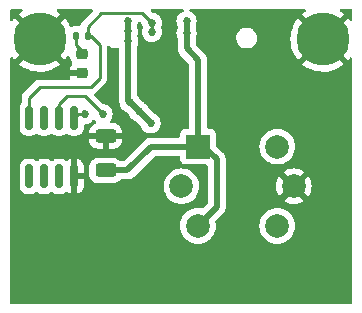
<source format=gbr>
%TF.GenerationSoftware,KiCad,Pcbnew,(6.0.0-0)*%
%TF.CreationDate,2022-03-07T02:22:32-05:00*%
%TF.ProjectId,multi_gas,6d756c74-695f-4676-9173-2e6b69636164,rev?*%
%TF.SameCoordinates,Original*%
%TF.FileFunction,Copper,L1,Top*%
%TF.FilePolarity,Positive*%
%FSLAX46Y46*%
G04 Gerber Fmt 4.6, Leading zero omitted, Abs format (unit mm)*
G04 Created by KiCad (PCBNEW (6.0.0-0)) date 2022-03-07 02:22:32*
%MOMM*%
%LPD*%
G01*
G04 APERTURE LIST*
G04 Aperture macros list*
%AMRoundRect*
0 Rectangle with rounded corners*
0 $1 Rounding radius*
0 $2 $3 $4 $5 $6 $7 $8 $9 X,Y pos of 4 corners*
0 Add a 4 corners polygon primitive as box body*
4,1,4,$2,$3,$4,$5,$6,$7,$8,$9,$2,$3,0*
0 Add four circle primitives for the rounded corners*
1,1,$1+$1,$2,$3*
1,1,$1+$1,$4,$5*
1,1,$1+$1,$6,$7*
1,1,$1+$1,$8,$9*
0 Add four rect primitives between the rounded corners*
20,1,$1+$1,$2,$3,$4,$5,0*
20,1,$1+$1,$4,$5,$6,$7,0*
20,1,$1+$1,$6,$7,$8,$9,0*
20,1,$1+$1,$8,$9,$2,$3,0*%
G04 Aperture macros list end*
%TA.AperFunction,ComponentPad*%
%ADD10C,2.000000*%
%TD*%
%TA.AperFunction,ComponentPad*%
%ADD11R,2.000000X2.000000*%
%TD*%
%TA.AperFunction,SMDPad,CuDef*%
%ADD12RoundRect,0.250000X0.625000X-0.312500X0.625000X0.312500X-0.625000X0.312500X-0.625000X-0.312500X0*%
%TD*%
%TA.AperFunction,ComponentPad*%
%ADD13C,4.500000*%
%TD*%
%TA.AperFunction,SMDPad,CuDef*%
%ADD14RoundRect,0.135000X0.135000X0.185000X-0.135000X0.185000X-0.135000X-0.185000X0.135000X-0.185000X0*%
%TD*%
%TA.AperFunction,SMDPad,CuDef*%
%ADD15RoundRect,0.150000X0.150000X-0.825000X0.150000X0.825000X-0.150000X0.825000X-0.150000X-0.825000X0*%
%TD*%
%TA.AperFunction,SMDPad,CuDef*%
%ADD16RoundRect,0.218750X-0.256250X0.218750X-0.256250X-0.218750X0.256250X-0.218750X0.256250X0.218750X0*%
%TD*%
%TA.AperFunction,ViaPad*%
%ADD17C,0.685800*%
%TD*%
%TA.AperFunction,Conductor*%
%ADD18C,0.508000*%
%TD*%
%TA.AperFunction,Conductor*%
%ADD19C,0.254000*%
%TD*%
G04 APERTURE END LIST*
D10*
%TO.P,U1,6,A1*%
%TO.N,/5V*%
X115120000Y-73094000D03*
%TO.P,U1,4,A2*%
X115120000Y-79814000D03*
%TO.P,U1,3,B2*%
%TO.N,/A0*%
X108400000Y-79814000D03*
D11*
%TO.P,U1,1,B1*%
X108400000Y-73094000D03*
D10*
%TO.P,U1,5,VH-*%
%TO.N,GND*%
X116510000Y-76454000D03*
%TO.P,U1,2,VH+*%
%TO.N,/5V*%
X107010000Y-76454000D03*
%TD*%
D12*
%TO.P,R1,1*%
%TO.N,/A0*%
X100584000Y-75122500D03*
%TO.P,R1,2*%
%TO.N,GND*%
X100584000Y-72197500D03*
%TD*%
D13*
%TO.P,H1,1,1*%
%TO.N,GND*%
X95000000Y-64000000D03*
%TD*%
%TO.P,H2,1,1*%
%TO.N,GND*%
X119000000Y-64000000D03*
%TD*%
D14*
%TO.P,R2,1*%
%TO.N,/3V3*%
X99062000Y-63754000D03*
%TO.P,R2,2*%
%TO.N,Net-(D1-Pad2)*%
X98042000Y-63754000D03*
%TD*%
D15*
%TO.P,U3,1,E0*%
%TO.N,unconnected-(U3-Pad1)*%
X94107000Y-75627000D03*
%TO.P,U3,2,E1*%
%TO.N,unconnected-(U3-Pad2)*%
X95377000Y-75627000D03*
%TO.P,U3,3,E2*%
%TO.N,unconnected-(U3-Pad3)*%
X96647000Y-75627000D03*
%TO.P,U3,4,VSS*%
%TO.N,GND*%
X97917000Y-75627000D03*
%TO.P,U3,5,SDA*%
%TO.N,/SDA_EEPROM*%
X97917000Y-70677000D03*
%TO.P,U3,6,SCL*%
%TO.N,/SCL_EEPROM*%
X96647000Y-70677000D03*
%TO.P,U3,7,~{WC}*%
%TO.N,unconnected-(U3-Pad7)*%
X95377000Y-70677000D03*
%TO.P,U3,8,VCC*%
%TO.N,/3V3*%
X94107000Y-70677000D03*
%TD*%
D16*
%TO.P,D1,1,K*%
%TO.N,GND*%
X98552000Y-66827500D03*
%TO.P,D1,2,A*%
%TO.N,Net-(D1-Pad2)*%
X98552000Y-65252500D03*
%TD*%
D17*
%TO.N,/A0*%
X107442000Y-63500000D03*
X107442000Y-62484000D03*
%TO.N,/5V*%
X104394000Y-71120000D03*
X103378000Y-70104000D03*
X102616000Y-69342000D03*
X102489000Y-62484000D03*
X102514400Y-64185800D03*
X102489000Y-63347600D03*
%TO.N,GND*%
X96012000Y-73152000D03*
X104013000Y-66675000D03*
X104013000Y-67564000D03*
X97282000Y-73152000D03*
X94742000Y-73152000D03*
X104013000Y-65786000D03*
%TO.N,/3V3*%
X104496500Y-63397500D03*
X104496500Y-62635500D03*
%TO.N,/SDA_EEPROM*%
X98806000Y-70358000D03*
%TO.N,/SCL_EEPROM*%
X100330000Y-70358000D03*
%TD*%
D18*
%TO.N,/A0*%
X107442000Y-63500000D02*
X107442000Y-62484000D01*
X107442000Y-64770000D02*
X107442000Y-63500000D01*
X108400000Y-73094000D02*
X108400000Y-65728000D01*
X108400000Y-65728000D02*
X107442000Y-64770000D01*
X108400000Y-73094000D02*
X104452000Y-73094000D01*
X104452000Y-73094000D02*
X102423500Y-75122500D01*
X102423500Y-75122500D02*
X100584000Y-75122500D01*
X108400000Y-79814000D02*
X109982000Y-78232000D01*
X109982000Y-78232000D02*
X109982000Y-74168000D01*
X109982000Y-74168000D02*
X108908000Y-73094000D01*
X108908000Y-73094000D02*
X108400000Y-73094000D01*
%TO.N,/5V*%
X103886000Y-70612000D02*
X104394000Y-71120000D01*
X103378000Y-70104000D02*
X103886000Y-70612000D01*
X102616000Y-69342000D02*
X103378000Y-70104000D01*
X102514400Y-69240400D02*
X102616000Y-69342000D01*
X102514400Y-64185800D02*
X102514400Y-69240400D01*
X102489000Y-63347600D02*
X102489000Y-64160400D01*
X102489000Y-64160400D02*
X102514400Y-64185800D01*
X102489000Y-62484000D02*
X102489000Y-63347600D01*
D19*
%TO.N,/3V3*%
X104496500Y-62635500D02*
X103684600Y-61823600D01*
X103684600Y-61823600D02*
X100228400Y-61823600D01*
X99062000Y-62990000D02*
X99062000Y-63754000D01*
X100228400Y-61823600D02*
X99062000Y-62990000D01*
%TO.N,/SCL_EEPROM*%
X100330000Y-70358000D02*
X98806000Y-68834000D01*
X98806000Y-68834000D02*
X97282000Y-68834000D01*
X97282000Y-68834000D02*
X96647000Y-69469000D01*
X96647000Y-69469000D02*
X96647000Y-70677000D01*
%TO.N,/3V3*%
X99062000Y-63754000D02*
X99314000Y-63754000D01*
X99314000Y-68072000D02*
X94996000Y-68072000D01*
X94996000Y-68072000D02*
X94107000Y-68961000D01*
X99314000Y-63754000D02*
X100076000Y-64516000D01*
X100076000Y-64516000D02*
X100076000Y-67310000D01*
X100076000Y-67310000D02*
X99314000Y-68072000D01*
X94107000Y-68961000D02*
X94107000Y-70677000D01*
%TO.N,Net-(D1-Pad2)*%
X98042000Y-64514000D02*
X98042000Y-63754000D01*
X98552000Y-65024000D02*
X98042000Y-64514000D01*
X98552000Y-65252500D02*
X98552000Y-65024000D01*
%TO.N,/3V3*%
X104496500Y-63397500D02*
X104496500Y-62635500D01*
%TO.N,/SDA_EEPROM*%
X98806000Y-70358000D02*
X98236000Y-70358000D01*
X98236000Y-70358000D02*
X97917000Y-70677000D01*
%TD*%
%TA.AperFunction,Conductor*%
%TO.N,GND*%
G36*
X93508556Y-61466002D02*
G01*
X93555049Y-61519658D01*
X93565153Y-61589932D01*
X93535659Y-61654512D01*
X93504858Y-61680285D01*
X93450196Y-61712805D01*
X93443945Y-61717053D01*
X93250733Y-61866115D01*
X93242267Y-61877773D01*
X93248871Y-61889661D01*
X94987188Y-63627978D01*
X95001132Y-63635592D01*
X95002965Y-63635461D01*
X95009580Y-63631210D01*
X96750162Y-61890628D01*
X96757174Y-61877787D01*
X96749379Y-61867098D01*
X96579886Y-61733481D01*
X96573663Y-61729156D01*
X96492326Y-61679605D01*
X96444557Y-61627082D01*
X96432767Y-61557071D01*
X96460699Y-61491800D01*
X96519485Y-61451992D01*
X96557879Y-61446000D01*
X99403077Y-61446000D01*
X99471198Y-61466002D01*
X99517691Y-61519658D01*
X99527795Y-61589932D01*
X99498301Y-61654512D01*
X99492172Y-61661095D01*
X98668517Y-62484750D01*
X98660191Y-62492326D01*
X98653697Y-62496447D01*
X98648274Y-62502222D01*
X98606915Y-62546265D01*
X98604160Y-62549107D01*
X98584361Y-62568906D01*
X98581937Y-62572031D01*
X98581929Y-62572040D01*
X98581863Y-62572126D01*
X98574155Y-62581151D01*
X98543783Y-62613494D01*
X98539965Y-62620438D01*
X98539964Y-62620440D01*
X98533978Y-62631329D01*
X98523127Y-62647847D01*
X98510650Y-62663933D01*
X98493024Y-62704666D01*
X98487807Y-62715314D01*
X98466431Y-62754197D01*
X98464460Y-62761872D01*
X98464458Y-62761878D01*
X98461369Y-62773911D01*
X98454966Y-62792613D01*
X98446883Y-62811292D01*
X98445644Y-62819114D01*
X98445643Y-62819118D01*
X98444104Y-62828838D01*
X98413692Y-62892991D01*
X98353425Y-62930518D01*
X98291191Y-62930161D01*
X98290979Y-62931323D01*
X98284643Y-62930165D01*
X98278466Y-62928371D01*
X98272059Y-62927867D01*
X98272055Y-62927866D01*
X98244444Y-62925693D01*
X98244438Y-62925693D01*
X98241989Y-62925500D01*
X98042122Y-62925500D01*
X97842012Y-62925501D01*
X97805534Y-62928371D01*
X97765562Y-62939984D01*
X97677727Y-62965502D01*
X97606730Y-62965299D01*
X97547114Y-62926745D01*
X97527602Y-62896055D01*
X97450172Y-62723363D01*
X97446655Y-62716636D01*
X97279054Y-62438252D01*
X97274757Y-62431999D01*
X97133617Y-62251022D01*
X97121823Y-62242551D01*
X97110113Y-62249097D01*
X95372022Y-63987188D01*
X95364408Y-64001132D01*
X95364539Y-64002965D01*
X95368790Y-64009580D01*
X97108825Y-65749615D01*
X97121948Y-65756781D01*
X97132250Y-65749391D01*
X97241429Y-65615285D01*
X97245842Y-65609144D01*
X97336608Y-65465287D01*
X97389874Y-65418349D01*
X97460062Y-65407659D01*
X97524886Y-65436613D01*
X97563766Y-65496018D01*
X97567934Y-65519631D01*
X97568500Y-65519572D01*
X97579022Y-65620982D01*
X97632692Y-65781849D01*
X97721929Y-65926055D01*
X97727107Y-65931224D01*
X97747159Y-65951241D01*
X97781238Y-66013523D01*
X97776235Y-66084343D01*
X97747314Y-66129432D01*
X97726702Y-66150080D01*
X97717690Y-66161491D01*
X97636447Y-66293291D01*
X97630303Y-66306468D01*
X97581421Y-66453843D01*
X97578555Y-66467210D01*
X97569386Y-66556700D01*
X97573475Y-66570624D01*
X97574865Y-66571829D01*
X97582548Y-66573500D01*
X98680000Y-66573500D01*
X98748121Y-66593502D01*
X98794614Y-66647158D01*
X98806000Y-66699500D01*
X98806000Y-66955500D01*
X98785998Y-67023621D01*
X98732342Y-67070114D01*
X98680000Y-67081500D01*
X97587115Y-67081500D01*
X97571876Y-67085975D01*
X97570671Y-67087365D01*
X97569158Y-67094321D01*
X97569337Y-67097782D01*
X97578804Y-67189021D01*
X97581697Y-67202417D01*
X97604453Y-67270624D01*
X97607037Y-67341573D01*
X97570854Y-67402657D01*
X97507390Y-67434482D01*
X97484929Y-67436500D01*
X95075032Y-67436500D01*
X95063793Y-67435970D01*
X95056281Y-67434291D01*
X95048356Y-67434540D01*
X95048355Y-67434540D01*
X94987970Y-67436438D01*
X94984012Y-67436500D01*
X94956017Y-67436500D01*
X94952083Y-67436997D01*
X94952081Y-67436997D01*
X94951994Y-67437008D01*
X94940160Y-67437940D01*
X94895795Y-67439335D01*
X94888182Y-67441547D01*
X94888181Y-67441547D01*
X94876252Y-67445013D01*
X94856888Y-67449023D01*
X94844560Y-67450580D01*
X94844558Y-67450580D01*
X94836701Y-67451573D01*
X94829337Y-67454489D01*
X94829332Y-67454490D01*
X94795444Y-67467907D01*
X94784215Y-67471752D01*
X94767535Y-67476598D01*
X94741607Y-67484131D01*
X94734780Y-67488169D01*
X94734777Y-67488170D01*
X94724094Y-67494488D01*
X94706336Y-67503188D01*
X94694785Y-67507761D01*
X94694779Y-67507765D01*
X94687412Y-67510681D01*
X94681001Y-67515339D01*
X94680999Y-67515340D01*
X94651512Y-67536764D01*
X94641590Y-67543281D01*
X94610232Y-67561826D01*
X94610228Y-67561829D01*
X94603402Y-67565866D01*
X94589018Y-67580250D01*
X94573984Y-67593091D01*
X94557513Y-67605058D01*
X94531860Y-67636067D01*
X94529227Y-67639250D01*
X94521237Y-67648031D01*
X93713512Y-68455755D01*
X93705193Y-68463325D01*
X93698697Y-68467447D01*
X93693271Y-68473225D01*
X93693270Y-68473226D01*
X93651915Y-68517265D01*
X93649160Y-68520107D01*
X93629361Y-68539906D01*
X93626937Y-68543031D01*
X93626929Y-68543040D01*
X93626863Y-68543126D01*
X93619155Y-68552151D01*
X93588783Y-68584494D01*
X93584965Y-68591438D01*
X93584964Y-68591440D01*
X93578978Y-68602329D01*
X93568127Y-68618847D01*
X93555650Y-68634933D01*
X93538024Y-68675666D01*
X93532807Y-68686314D01*
X93511431Y-68725197D01*
X93509460Y-68732872D01*
X93509458Y-68732878D01*
X93506369Y-68744911D01*
X93499966Y-68763613D01*
X93491883Y-68782292D01*
X93490644Y-68790117D01*
X93484940Y-68826127D01*
X93482535Y-68837740D01*
X93471500Y-68880718D01*
X93471500Y-68901065D01*
X93469949Y-68920776D01*
X93466765Y-68940879D01*
X93467511Y-68948771D01*
X93470941Y-68985056D01*
X93471500Y-68996914D01*
X93471500Y-69354050D01*
X93451498Y-69422171D01*
X93442702Y-69433085D01*
X93443011Y-69433325D01*
X93438155Y-69439585D01*
X93432547Y-69445193D01*
X93428511Y-69452017D01*
X93428509Y-69452020D01*
X93392193Y-69513427D01*
X93347855Y-69588399D01*
X93301438Y-69748169D01*
X93300934Y-69754574D01*
X93300933Y-69754579D01*
X93300343Y-69762079D01*
X93298500Y-69785498D01*
X93298500Y-71568502D01*
X93298693Y-71570950D01*
X93298693Y-71570958D01*
X93300588Y-71595029D01*
X93301438Y-71605831D01*
X93347855Y-71765601D01*
X93351892Y-71772427D01*
X93428509Y-71901980D01*
X93428511Y-71901983D01*
X93432547Y-71908807D01*
X93550193Y-72026453D01*
X93557017Y-72030489D01*
X93557020Y-72030491D01*
X93588796Y-72049283D01*
X93693399Y-72111145D01*
X93701010Y-72113356D01*
X93701012Y-72113357D01*
X93753231Y-72128528D01*
X93853169Y-72157562D01*
X93859574Y-72158066D01*
X93859579Y-72158067D01*
X93888042Y-72160307D01*
X93888050Y-72160307D01*
X93890498Y-72160500D01*
X94323502Y-72160500D01*
X94325950Y-72160307D01*
X94325958Y-72160307D01*
X94354421Y-72158067D01*
X94354426Y-72158066D01*
X94360831Y-72157562D01*
X94460769Y-72128528D01*
X94512988Y-72113357D01*
X94512990Y-72113356D01*
X94520601Y-72111145D01*
X94663807Y-72026453D01*
X94666489Y-72023771D01*
X94730861Y-71998498D01*
X94800484Y-72012400D01*
X94816312Y-72022572D01*
X94820193Y-72026453D01*
X94963399Y-72111145D01*
X94971010Y-72113356D01*
X94971012Y-72113357D01*
X95023231Y-72128528D01*
X95123169Y-72157562D01*
X95129574Y-72158066D01*
X95129579Y-72158067D01*
X95158042Y-72160307D01*
X95158050Y-72160307D01*
X95160498Y-72160500D01*
X95593502Y-72160500D01*
X95595950Y-72160307D01*
X95595958Y-72160307D01*
X95624421Y-72158067D01*
X95624426Y-72158066D01*
X95630831Y-72157562D01*
X95730769Y-72128528D01*
X95782988Y-72113357D01*
X95782990Y-72113356D01*
X95790601Y-72111145D01*
X95933807Y-72026453D01*
X95936489Y-72023771D01*
X96000861Y-71998498D01*
X96070484Y-72012400D01*
X96086312Y-72022572D01*
X96090193Y-72026453D01*
X96233399Y-72111145D01*
X96241010Y-72113356D01*
X96241012Y-72113357D01*
X96293231Y-72128528D01*
X96393169Y-72157562D01*
X96399574Y-72158066D01*
X96399579Y-72158067D01*
X96428042Y-72160307D01*
X96428050Y-72160307D01*
X96430498Y-72160500D01*
X96863502Y-72160500D01*
X96865950Y-72160307D01*
X96865958Y-72160307D01*
X96894421Y-72158067D01*
X96894426Y-72158066D01*
X96900831Y-72157562D01*
X97000769Y-72128528D01*
X97052988Y-72113357D01*
X97052990Y-72113356D01*
X97060601Y-72111145D01*
X97203807Y-72026453D01*
X97206489Y-72023771D01*
X97270861Y-71998498D01*
X97340484Y-72012400D01*
X97356312Y-72022572D01*
X97360193Y-72026453D01*
X97503399Y-72111145D01*
X97511010Y-72113356D01*
X97511012Y-72113357D01*
X97563231Y-72128528D01*
X97663169Y-72157562D01*
X97669574Y-72158066D01*
X97669579Y-72158067D01*
X97698042Y-72160307D01*
X97698050Y-72160307D01*
X97700498Y-72160500D01*
X98133502Y-72160500D01*
X98135950Y-72160307D01*
X98135958Y-72160307D01*
X98164421Y-72158067D01*
X98164426Y-72158066D01*
X98170831Y-72157562D01*
X98270769Y-72128528D01*
X98322988Y-72113357D01*
X98322990Y-72113356D01*
X98330601Y-72111145D01*
X98435204Y-72049283D01*
X98466980Y-72030491D01*
X98466983Y-72030489D01*
X98473807Y-72026453D01*
X98591453Y-71908807D01*
X98595489Y-71901983D01*
X98595491Y-71901980D01*
X98672108Y-71772427D01*
X98676145Y-71765601D01*
X98722562Y-71605831D01*
X98723413Y-71595029D01*
X98725307Y-71570958D01*
X98725307Y-71570950D01*
X98725500Y-71568502D01*
X98725500Y-71335400D01*
X98745502Y-71267279D01*
X98799158Y-71220786D01*
X98851500Y-71209400D01*
X98895486Y-71209400D01*
X98901939Y-71208028D01*
X98901943Y-71208028D01*
X98983016Y-71190795D01*
X99070546Y-71172190D01*
X99076577Y-71169505D01*
X99228015Y-71102081D01*
X99228017Y-71102080D01*
X99234045Y-71099396D01*
X99378836Y-70994199D01*
X99431482Y-70935730D01*
X99474364Y-70888104D01*
X99534810Y-70850864D01*
X99605793Y-70852216D01*
X99661636Y-70888104D01*
X99738567Y-70973545D01*
X99769285Y-71037552D01*
X99760520Y-71108006D01*
X99715057Y-71162537D01*
X99684806Y-71177379D01*
X99642218Y-71191587D01*
X99629038Y-71197761D01*
X99491193Y-71283063D01*
X99479792Y-71292099D01*
X99365261Y-71406829D01*
X99356249Y-71418240D01*
X99271184Y-71556243D01*
X99265037Y-71569424D01*
X99213862Y-71723710D01*
X99210995Y-71737086D01*
X99201328Y-71831438D01*
X99201000Y-71837855D01*
X99201000Y-71925385D01*
X99205475Y-71940624D01*
X99206865Y-71941829D01*
X99214548Y-71943500D01*
X101948884Y-71943500D01*
X101964123Y-71939025D01*
X101965328Y-71937635D01*
X101966999Y-71929952D01*
X101966999Y-71837905D01*
X101966662Y-71831386D01*
X101956743Y-71735794D01*
X101953851Y-71722400D01*
X101902412Y-71568216D01*
X101896239Y-71555038D01*
X101810937Y-71417193D01*
X101801901Y-71405792D01*
X101687171Y-71291261D01*
X101675760Y-71282249D01*
X101537757Y-71197184D01*
X101524576Y-71191037D01*
X101370290Y-71139862D01*
X101356914Y-71136995D01*
X101262562Y-71127328D01*
X101256145Y-71127000D01*
X101066261Y-71127000D01*
X100998140Y-71106998D01*
X100951647Y-71053342D01*
X100941543Y-70983068D01*
X100972625Y-70916690D01*
X101018172Y-70866105D01*
X101018173Y-70866104D01*
X101022591Y-70861197D01*
X101112077Y-70706203D01*
X101167382Y-70535991D01*
X101186090Y-70358000D01*
X101181569Y-70314988D01*
X101168072Y-70186573D01*
X101168072Y-70186572D01*
X101167382Y-70180009D01*
X101165113Y-70173024D01*
X101114119Y-70016082D01*
X101112077Y-70009797D01*
X101090999Y-69973288D01*
X101025892Y-69860521D01*
X101022591Y-69854803D01*
X100957978Y-69783042D01*
X100907258Y-69726712D01*
X100907257Y-69726711D01*
X100902836Y-69721801D01*
X100867223Y-69695926D01*
X100763387Y-69620485D01*
X100763386Y-69620484D01*
X100758045Y-69616604D01*
X100752017Y-69613920D01*
X100752015Y-69613919D01*
X100600577Y-69546495D01*
X100600576Y-69546495D01*
X100594546Y-69543810D01*
X100419486Y-69506600D01*
X100416347Y-69506600D01*
X100351878Y-69480079D01*
X100341607Y-69470874D01*
X99659507Y-68788774D01*
X99625481Y-68726462D01*
X99630546Y-68655647D01*
X99673093Y-68598811D01*
X99684460Y-68591227D01*
X99699771Y-68582172D01*
X99699774Y-68582170D01*
X99706598Y-68578134D01*
X99720982Y-68563750D01*
X99736016Y-68550909D01*
X99746073Y-68543602D01*
X99752487Y-68538942D01*
X99780773Y-68504750D01*
X99788763Y-68495969D01*
X100469488Y-67815245D01*
X100477807Y-67807675D01*
X100484303Y-67803553D01*
X100531086Y-67753734D01*
X100533840Y-67750893D01*
X100553639Y-67731094D01*
X100556063Y-67727969D01*
X100556071Y-67727960D01*
X100556137Y-67727874D01*
X100563845Y-67718849D01*
X100588790Y-67692285D01*
X100594217Y-67686506D01*
X100604023Y-67668669D01*
X100614873Y-67652153D01*
X100627350Y-67636067D01*
X100644976Y-67595334D01*
X100650193Y-67584686D01*
X100667749Y-67552751D01*
X100671569Y-67545803D01*
X100673540Y-67538128D01*
X100673542Y-67538122D01*
X100676631Y-67526089D01*
X100683034Y-67507387D01*
X100691117Y-67488708D01*
X100697403Y-67449023D01*
X100698060Y-67444873D01*
X100700467Y-67433251D01*
X100711500Y-67390282D01*
X100711500Y-67369935D01*
X100713051Y-67350224D01*
X100714995Y-67337950D01*
X100716235Y-67330121D01*
X100712059Y-67285944D01*
X100711500Y-67274086D01*
X100711500Y-64690687D01*
X100731502Y-64622566D01*
X100785158Y-64576073D01*
X100855432Y-64565969D01*
X100921810Y-64597051D01*
X100945463Y-64618348D01*
X100945467Y-64618351D01*
X100950376Y-64622771D01*
X100956097Y-64626074D01*
X101105196Y-64712156D01*
X101112124Y-64716156D01*
X101118410Y-64718198D01*
X101118409Y-64718198D01*
X101283474Y-64771831D01*
X101283475Y-64771831D01*
X101289753Y-64773871D01*
X101296316Y-64774561D01*
X101296317Y-64774561D01*
X101319097Y-64776955D01*
X101428937Y-64788500D01*
X101522063Y-64788500D01*
X101547243Y-64785853D01*
X101612730Y-64778971D01*
X101682568Y-64791743D01*
X101734415Y-64840246D01*
X101751900Y-64904281D01*
X101751900Y-69173024D01*
X101750467Y-69191974D01*
X101748276Y-69206373D01*
X101748276Y-69206379D01*
X101747176Y-69213608D01*
X101747769Y-69220900D01*
X101747769Y-69220903D01*
X101751485Y-69266583D01*
X101751900Y-69276798D01*
X101751900Y-69284925D01*
X101755211Y-69313324D01*
X101755638Y-69317644D01*
X101761591Y-69390826D01*
X101763846Y-69397787D01*
X101765044Y-69403782D01*
X101765645Y-69406326D01*
X101766946Y-69413980D01*
X101767299Y-69417007D01*
X101767603Y-69417846D01*
X101768332Y-69422132D01*
X101774423Y-69480079D01*
X101778618Y-69519991D01*
X101833923Y-69690203D01*
X101837226Y-69695925D01*
X101837227Y-69695926D01*
X101863823Y-69741992D01*
X101923409Y-69845197D01*
X102043164Y-69978199D01*
X102048506Y-69982080D01*
X102048508Y-69982082D01*
X102095305Y-70016082D01*
X102187955Y-70083396D01*
X102193981Y-70086079D01*
X102193988Y-70086083D01*
X102330839Y-70147012D01*
X102368686Y-70173024D01*
X102549532Y-70353870D01*
X102580270Y-70404028D01*
X102595923Y-70452203D01*
X102599226Y-70457925D01*
X102599227Y-70457926D01*
X102630832Y-70512668D01*
X102685409Y-70607197D01*
X102805164Y-70740199D01*
X102810506Y-70744080D01*
X102810508Y-70744082D01*
X102857305Y-70778082D01*
X102949955Y-70845396D01*
X102955981Y-70848079D01*
X102955988Y-70848083D01*
X103092839Y-70909012D01*
X103130686Y-70935024D01*
X103565532Y-71369870D01*
X103596270Y-71420028D01*
X103611923Y-71468203D01*
X103701409Y-71623197D01*
X103821164Y-71756199D01*
X103826506Y-71760080D01*
X103826508Y-71760082D01*
X103958119Y-71855703D01*
X103965955Y-71861396D01*
X103971983Y-71864080D01*
X103971985Y-71864081D01*
X104119935Y-71929952D01*
X104129454Y-71934190D01*
X104216984Y-71952795D01*
X104298057Y-71970028D01*
X104298061Y-71970028D01*
X104304514Y-71971400D01*
X104483486Y-71971400D01*
X104489939Y-71970028D01*
X104489943Y-71970028D01*
X104571016Y-71952795D01*
X104658546Y-71934190D01*
X104668065Y-71929952D01*
X104816015Y-71864081D01*
X104816017Y-71864080D01*
X104822045Y-71861396D01*
X104829881Y-71855703D01*
X104961492Y-71760082D01*
X104961494Y-71760080D01*
X104966836Y-71756199D01*
X105086591Y-71623197D01*
X105176077Y-71468203D01*
X105231382Y-71297991D01*
X105240694Y-71209400D01*
X105249400Y-71126565D01*
X105250090Y-71120000D01*
X105231382Y-70942009D01*
X105229113Y-70935024D01*
X105178119Y-70778082D01*
X105176077Y-70771797D01*
X105154999Y-70735288D01*
X105089892Y-70622521D01*
X105086591Y-70616803D01*
X105019482Y-70542270D01*
X104971258Y-70488712D01*
X104971257Y-70488711D01*
X104966836Y-70483801D01*
X104931223Y-70457926D01*
X104827387Y-70382485D01*
X104827386Y-70382484D01*
X104822045Y-70378604D01*
X104816019Y-70375921D01*
X104816012Y-70375917D01*
X104679161Y-70314988D01*
X104641314Y-70288976D01*
X104206468Y-69854130D01*
X104175730Y-69803972D01*
X104162118Y-69762079D01*
X104160077Y-69755797D01*
X104070591Y-69600803D01*
X104059423Y-69588399D01*
X103955258Y-69472712D01*
X103955257Y-69472711D01*
X103950836Y-69467801D01*
X103929116Y-69452020D01*
X103811387Y-69366485D01*
X103811386Y-69366484D01*
X103806045Y-69362604D01*
X103800019Y-69359921D01*
X103800012Y-69359917D01*
X103663161Y-69298988D01*
X103625314Y-69272976D01*
X103444468Y-69092130D01*
X103413730Y-69041972D01*
X103400118Y-69000079D01*
X103398077Y-68993797D01*
X103394773Y-68988074D01*
X103311891Y-68844518D01*
X103311889Y-68844515D01*
X103308591Y-68838803D01*
X103304177Y-68833901D01*
X103300963Y-68829477D01*
X103276900Y-68755418D01*
X103276900Y-64601673D01*
X103291734Y-64546308D01*
X103290489Y-64545754D01*
X103293173Y-64539726D01*
X103296477Y-64534003D01*
X103351782Y-64363791D01*
X103354213Y-64340667D01*
X103369800Y-64192365D01*
X103370490Y-64185800D01*
X103355737Y-64045439D01*
X103352472Y-64014373D01*
X103352472Y-64014372D01*
X103351782Y-64007809D01*
X103349194Y-63999842D01*
X103298519Y-63843882D01*
X103296477Y-63837597D01*
X103278165Y-63805880D01*
X103261428Y-63736885D01*
X103271179Y-63695836D01*
X103271077Y-63695803D01*
X103271488Y-63694539D01*
X103271489Y-63694536D01*
X103276865Y-63677991D01*
X103324342Y-63531870D01*
X103324342Y-63531869D01*
X103326382Y-63525591D01*
X103345090Y-63347600D01*
X103340568Y-63304581D01*
X103327072Y-63176173D01*
X103327072Y-63176172D01*
X103326382Y-63169609D01*
X103318773Y-63146189D01*
X103283295Y-63037000D01*
X103271077Y-62999397D01*
X103267773Y-62993674D01*
X103265089Y-62987646D01*
X103266334Y-62987092D01*
X103251500Y-62931727D01*
X103251500Y-62899873D01*
X103266334Y-62844508D01*
X103265089Y-62843954D01*
X103267773Y-62837926D01*
X103271077Y-62832203D01*
X103326382Y-62661991D01*
X103327071Y-62655433D01*
X103327074Y-62655420D01*
X103327101Y-62655158D01*
X103327159Y-62655017D01*
X103328446Y-62648963D01*
X103329553Y-62649198D01*
X103354116Y-62589502D01*
X103412339Y-62548875D01*
X103483284Y-62546174D01*
X103541505Y-62579237D01*
X103582707Y-62620440D01*
X103613868Y-62651601D01*
X103647893Y-62713914D01*
X103650082Y-62727525D01*
X103659118Y-62813491D01*
X103661158Y-62819769D01*
X103661158Y-62819770D01*
X103712428Y-62977564D01*
X103712428Y-63055436D01*
X103671420Y-63181648D01*
X103659118Y-63219509D01*
X103658428Y-63226072D01*
X103658428Y-63226073D01*
X103647655Y-63328573D01*
X103640410Y-63397500D01*
X103659118Y-63575491D01*
X103714423Y-63745703D01*
X103803909Y-63900697D01*
X103808327Y-63905604D01*
X103808328Y-63905605D01*
X103887365Y-63993385D01*
X103923664Y-64033699D01*
X103929006Y-64037580D01*
X103929008Y-64037582D01*
X104017676Y-64102003D01*
X104068455Y-64138896D01*
X104074483Y-64141580D01*
X104074485Y-64141581D01*
X104188549Y-64192365D01*
X104231954Y-64211690D01*
X104319484Y-64230295D01*
X104400557Y-64247528D01*
X104400561Y-64247528D01*
X104407014Y-64248900D01*
X104585986Y-64248900D01*
X104592439Y-64247528D01*
X104592443Y-64247528D01*
X104673516Y-64230295D01*
X104761046Y-64211690D01*
X104804451Y-64192365D01*
X104918515Y-64141581D01*
X104918517Y-64141580D01*
X104924545Y-64138896D01*
X104975324Y-64102003D01*
X105063992Y-64037582D01*
X105063994Y-64037580D01*
X105069336Y-64033699D01*
X105105635Y-63993385D01*
X105184672Y-63905605D01*
X105184673Y-63905604D01*
X105189091Y-63900697D01*
X105278577Y-63745703D01*
X105333882Y-63575491D01*
X105352590Y-63397500D01*
X105345345Y-63328573D01*
X105334572Y-63226073D01*
X105334572Y-63226072D01*
X105333882Y-63219509D01*
X105321580Y-63181648D01*
X105280572Y-63055436D01*
X105280572Y-62977564D01*
X105331842Y-62819770D01*
X105331842Y-62819769D01*
X105333882Y-62813491D01*
X105336076Y-62792622D01*
X105351900Y-62642065D01*
X105352590Y-62635500D01*
X105333882Y-62457509D01*
X105330470Y-62447006D01*
X105280619Y-62293582D01*
X105278577Y-62287297D01*
X105189091Y-62132303D01*
X105069336Y-61999301D01*
X105037121Y-61975895D01*
X104929887Y-61897985D01*
X104929886Y-61897984D01*
X104924545Y-61894104D01*
X104918517Y-61891420D01*
X104918515Y-61891419D01*
X104767077Y-61823995D01*
X104767076Y-61823995D01*
X104761046Y-61821310D01*
X104585986Y-61784100D01*
X104582847Y-61784100D01*
X104518378Y-61757579D01*
X104508107Y-61748374D01*
X104420828Y-61661095D01*
X104386802Y-61598783D01*
X104391867Y-61527968D01*
X104434414Y-61471132D01*
X104500934Y-61446321D01*
X104509923Y-61446000D01*
X107087355Y-61446000D01*
X107155476Y-61466002D01*
X107201969Y-61519658D01*
X107212073Y-61589932D01*
X107182579Y-61654512D01*
X107138604Y-61687107D01*
X107019985Y-61739919D01*
X107019983Y-61739920D01*
X107013955Y-61742604D01*
X107008614Y-61746484D01*
X107008613Y-61746485D01*
X106905626Y-61821310D01*
X106869164Y-61847801D01*
X106864743Y-61852711D01*
X106864742Y-61852712D01*
X106830603Y-61890628D01*
X106749409Y-61980803D01*
X106659923Y-62135797D01*
X106604618Y-62306009D01*
X106585910Y-62484000D01*
X106604618Y-62661991D01*
X106659923Y-62832203D01*
X106663227Y-62837926D01*
X106665911Y-62843954D01*
X106664666Y-62844508D01*
X106679500Y-62899873D01*
X106679500Y-63084127D01*
X106664666Y-63139492D01*
X106665911Y-63140046D01*
X106663227Y-63146074D01*
X106659923Y-63151797D01*
X106652733Y-63173926D01*
X106609319Y-63307542D01*
X106604618Y-63322009D01*
X106585910Y-63500000D01*
X106586600Y-63506565D01*
X106598302Y-63617895D01*
X106604618Y-63677991D01*
X106606658Y-63684269D01*
X106606658Y-63684270D01*
X106609995Y-63694539D01*
X106659923Y-63848203D01*
X106663227Y-63853926D01*
X106665911Y-63859954D01*
X106664666Y-63860508D01*
X106679500Y-63915873D01*
X106679500Y-64702624D01*
X106678067Y-64721574D01*
X106675876Y-64735973D01*
X106675876Y-64735979D01*
X106674776Y-64743208D01*
X106675369Y-64750500D01*
X106675369Y-64750503D01*
X106679085Y-64796183D01*
X106679500Y-64806398D01*
X106679500Y-64814525D01*
X106682811Y-64842924D01*
X106683238Y-64847244D01*
X106689191Y-64920426D01*
X106691447Y-64927388D01*
X106692643Y-64933376D01*
X106694051Y-64939333D01*
X106694899Y-64946607D01*
X106697397Y-64953489D01*
X106697398Y-64953493D01*
X106719945Y-65015607D01*
X106721355Y-65019711D01*
X106743987Y-65089575D01*
X106747787Y-65095838D01*
X106750325Y-65101380D01*
X106753067Y-65106856D01*
X106755566Y-65113741D01*
X106759581Y-65119865D01*
X106795815Y-65175132D01*
X106798130Y-65178800D01*
X106836227Y-65241581D01*
X106839941Y-65245786D01*
X106839943Y-65245789D01*
X106843667Y-65250005D01*
X106843638Y-65250031D01*
X106846238Y-65252962D01*
X106849042Y-65256316D01*
X106853054Y-65262435D01*
X106858366Y-65267467D01*
X106909586Y-65315988D01*
X106912028Y-65318366D01*
X107600595Y-66006933D01*
X107634621Y-66069245D01*
X107637500Y-66096028D01*
X107637500Y-71459500D01*
X107617498Y-71527621D01*
X107563842Y-71574114D01*
X107511500Y-71585500D01*
X107351866Y-71585500D01*
X107289684Y-71592255D01*
X107153295Y-71643385D01*
X107036739Y-71730739D01*
X106949385Y-71847295D01*
X106898255Y-71983684D01*
X106891500Y-72045866D01*
X106891500Y-72205500D01*
X106871498Y-72273621D01*
X106817842Y-72320114D01*
X106765500Y-72331500D01*
X104519368Y-72331500D01*
X104500420Y-72330067D01*
X104493033Y-72328943D01*
X104486024Y-72327877D01*
X104486022Y-72327877D01*
X104478792Y-72326777D01*
X104471500Y-72327370D01*
X104471497Y-72327370D01*
X104425825Y-72331085D01*
X104415611Y-72331500D01*
X104407475Y-72331500D01*
X104403840Y-72331924D01*
X104403837Y-72331924D01*
X104385835Y-72334023D01*
X104379084Y-72334810D01*
X104374713Y-72335243D01*
X104363701Y-72336138D01*
X104308872Y-72340597D01*
X104308869Y-72340598D01*
X104301573Y-72341191D01*
X104294609Y-72343447D01*
X104288614Y-72344645D01*
X104282664Y-72346051D01*
X104275393Y-72346899D01*
X104206398Y-72371943D01*
X104202252Y-72373366D01*
X104139388Y-72393731D01*
X104139386Y-72393732D01*
X104132425Y-72395987D01*
X104126170Y-72399783D01*
X104120633Y-72402318D01*
X104115142Y-72405068D01*
X104108259Y-72407566D01*
X104102135Y-72411581D01*
X104046868Y-72447815D01*
X104043200Y-72450130D01*
X103980419Y-72488227D01*
X103976212Y-72491943D01*
X103976208Y-72491946D01*
X103971995Y-72495668D01*
X103971969Y-72495638D01*
X103969041Y-72498236D01*
X103965687Y-72501040D01*
X103959565Y-72505054D01*
X103954532Y-72510367D01*
X103905995Y-72561604D01*
X103903617Y-72564046D01*
X102144567Y-74323095D01*
X102082255Y-74357121D01*
X102055472Y-74360000D01*
X101883995Y-74360000D01*
X101815874Y-74339998D01*
X101794977Y-74323173D01*
X101789972Y-74318176D01*
X101682303Y-74210695D01*
X101676072Y-74206854D01*
X101537968Y-74121725D01*
X101537966Y-74121724D01*
X101531738Y-74117885D01*
X101371254Y-74064655D01*
X101370389Y-74064368D01*
X101370387Y-74064368D01*
X101363861Y-74062203D01*
X101357025Y-74061503D01*
X101357022Y-74061502D01*
X101313969Y-74057091D01*
X101259400Y-74051500D01*
X99908600Y-74051500D01*
X99905354Y-74051837D01*
X99905350Y-74051837D01*
X99809692Y-74061762D01*
X99809688Y-74061763D01*
X99802834Y-74062474D01*
X99796298Y-74064655D01*
X99796296Y-74064655D01*
X99711609Y-74092909D01*
X99635054Y-74118450D01*
X99484652Y-74211522D01*
X99359695Y-74336697D01*
X99355855Y-74342927D01*
X99355854Y-74342928D01*
X99326903Y-74389896D01*
X99266885Y-74487262D01*
X99251680Y-74533105D01*
X99233678Y-74587380D01*
X99211203Y-74655139D01*
X99200500Y-74759600D01*
X99200500Y-75485400D01*
X99211474Y-75591166D01*
X99267450Y-75758946D01*
X99360522Y-75909348D01*
X99485697Y-76034305D01*
X99491927Y-76038145D01*
X99491928Y-76038146D01*
X99629090Y-76122694D01*
X99636262Y-76127115D01*
X99716005Y-76153564D01*
X99797611Y-76180632D01*
X99797613Y-76180632D01*
X99804139Y-76182797D01*
X99810975Y-76183497D01*
X99810978Y-76183498D01*
X99854031Y-76187909D01*
X99908600Y-76193500D01*
X101259400Y-76193500D01*
X101262646Y-76193163D01*
X101262650Y-76193163D01*
X101358308Y-76183238D01*
X101358312Y-76183237D01*
X101365166Y-76182526D01*
X101371702Y-76180345D01*
X101371704Y-76180345D01*
X101503806Y-76136272D01*
X101532946Y-76126550D01*
X101683348Y-76033478D01*
X101794650Y-75921982D01*
X101856933Y-75887903D01*
X101883823Y-75885000D01*
X102356124Y-75885000D01*
X102375074Y-75886433D01*
X102389473Y-75888624D01*
X102389479Y-75888624D01*
X102396708Y-75889724D01*
X102404000Y-75889131D01*
X102404003Y-75889131D01*
X102449683Y-75885415D01*
X102459898Y-75885000D01*
X102468025Y-75885000D01*
X102471661Y-75884576D01*
X102471663Y-75884576D01*
X102475115Y-75884173D01*
X102496424Y-75881689D01*
X102500744Y-75881262D01*
X102573926Y-75875309D01*
X102580888Y-75873053D01*
X102586876Y-75871857D01*
X102592833Y-75870449D01*
X102600107Y-75869601D01*
X102606989Y-75867103D01*
X102606993Y-75867102D01*
X102669107Y-75844555D01*
X102673211Y-75843145D01*
X102743075Y-75820513D01*
X102749338Y-75816713D01*
X102754880Y-75814175D01*
X102760356Y-75811433D01*
X102767241Y-75808934D01*
X102828632Y-75768685D01*
X102832300Y-75766370D01*
X102895081Y-75728273D01*
X102899286Y-75724559D01*
X102899289Y-75724557D01*
X102903505Y-75720833D01*
X102903531Y-75720862D01*
X102906462Y-75718262D01*
X102909816Y-75715458D01*
X102915935Y-75711446D01*
X102969489Y-75654913D01*
X102971866Y-75652472D01*
X104730933Y-73893405D01*
X104793245Y-73859379D01*
X104820028Y-73856500D01*
X106765500Y-73856500D01*
X106833621Y-73876502D01*
X106880114Y-73930158D01*
X106891500Y-73982500D01*
X106891500Y-74142134D01*
X106898255Y-74204316D01*
X106949385Y-74340705D01*
X107036739Y-74457261D01*
X107153295Y-74544615D01*
X107289684Y-74595745D01*
X107351866Y-74602500D01*
X109093500Y-74602500D01*
X109161621Y-74622502D01*
X109208114Y-74676158D01*
X109219500Y-74728500D01*
X109219500Y-77863972D01*
X109199498Y-77932093D01*
X109182595Y-77953067D01*
X108831345Y-78304317D01*
X108769033Y-78338343D01*
X108712837Y-78337741D01*
X108686764Y-78331481D01*
X108641524Y-78320620D01*
X108641518Y-78320619D01*
X108636711Y-78319465D01*
X108400000Y-78300835D01*
X108163289Y-78319465D01*
X108158482Y-78320619D01*
X108158476Y-78320620D01*
X108018553Y-78354213D01*
X107932406Y-78374895D01*
X107927835Y-78376788D01*
X107927833Y-78376789D01*
X107717611Y-78463865D01*
X107717607Y-78463867D01*
X107713037Y-78465760D01*
X107708817Y-78468346D01*
X107514798Y-78587241D01*
X107514792Y-78587245D01*
X107510584Y-78589824D01*
X107444860Y-78645958D01*
X107335120Y-78739685D01*
X107330031Y-78744031D01*
X107175824Y-78924584D01*
X107173245Y-78928792D01*
X107173241Y-78928798D01*
X107054346Y-79122817D01*
X107051760Y-79127037D01*
X106960895Y-79346406D01*
X106905465Y-79577289D01*
X106886835Y-79814000D01*
X106905465Y-80050711D01*
X106960895Y-80281594D01*
X107051760Y-80500963D01*
X107054346Y-80505183D01*
X107173241Y-80699202D01*
X107173245Y-80699208D01*
X107175824Y-80703416D01*
X107330031Y-80883969D01*
X107510584Y-81038176D01*
X107514792Y-81040755D01*
X107514798Y-81040759D01*
X107708817Y-81159654D01*
X107713037Y-81162240D01*
X107717607Y-81164133D01*
X107717611Y-81164135D01*
X107927833Y-81251211D01*
X107932406Y-81253105D01*
X108012609Y-81272360D01*
X108158476Y-81307380D01*
X108158482Y-81307381D01*
X108163289Y-81308535D01*
X108400000Y-81327165D01*
X108636711Y-81308535D01*
X108641518Y-81307381D01*
X108641524Y-81307380D01*
X108787391Y-81272360D01*
X108867594Y-81253105D01*
X108872167Y-81251211D01*
X109082389Y-81164135D01*
X109082393Y-81164133D01*
X109086963Y-81162240D01*
X109091183Y-81159654D01*
X109285202Y-81040759D01*
X109285208Y-81040755D01*
X109289416Y-81038176D01*
X109469969Y-80883969D01*
X109624176Y-80703416D01*
X109626755Y-80699208D01*
X109626759Y-80699202D01*
X109745654Y-80505183D01*
X109748240Y-80500963D01*
X109839105Y-80281594D01*
X109894535Y-80050711D01*
X109913165Y-79814000D01*
X113606835Y-79814000D01*
X113625465Y-80050711D01*
X113680895Y-80281594D01*
X113771760Y-80500963D01*
X113774346Y-80505183D01*
X113893241Y-80699202D01*
X113893245Y-80699208D01*
X113895824Y-80703416D01*
X114050031Y-80883969D01*
X114230584Y-81038176D01*
X114234792Y-81040755D01*
X114234798Y-81040759D01*
X114428817Y-81159654D01*
X114433037Y-81162240D01*
X114437607Y-81164133D01*
X114437611Y-81164135D01*
X114647833Y-81251211D01*
X114652406Y-81253105D01*
X114732609Y-81272360D01*
X114878476Y-81307380D01*
X114878482Y-81307381D01*
X114883289Y-81308535D01*
X115120000Y-81327165D01*
X115356711Y-81308535D01*
X115361518Y-81307381D01*
X115361524Y-81307380D01*
X115507391Y-81272360D01*
X115587594Y-81253105D01*
X115592167Y-81251211D01*
X115802389Y-81164135D01*
X115802393Y-81164133D01*
X115806963Y-81162240D01*
X115811183Y-81159654D01*
X116005202Y-81040759D01*
X116005208Y-81040755D01*
X116009416Y-81038176D01*
X116189969Y-80883969D01*
X116344176Y-80703416D01*
X116346755Y-80699208D01*
X116346759Y-80699202D01*
X116465654Y-80505183D01*
X116468240Y-80500963D01*
X116559105Y-80281594D01*
X116614535Y-80050711D01*
X116633165Y-79814000D01*
X116614535Y-79577289D01*
X116559105Y-79346406D01*
X116468240Y-79127037D01*
X116465654Y-79122817D01*
X116346759Y-78928798D01*
X116346755Y-78928792D01*
X116344176Y-78924584D01*
X116189969Y-78744031D01*
X116184881Y-78739685D01*
X116075140Y-78645958D01*
X116009416Y-78589824D01*
X116005208Y-78587245D01*
X116005202Y-78587241D01*
X115811183Y-78468346D01*
X115806963Y-78465760D01*
X115802393Y-78463867D01*
X115802389Y-78463865D01*
X115592167Y-78376789D01*
X115592165Y-78376788D01*
X115587594Y-78374895D01*
X115501447Y-78354213D01*
X115361524Y-78320620D01*
X115361518Y-78320619D01*
X115356711Y-78319465D01*
X115120000Y-78300835D01*
X114883289Y-78319465D01*
X114878482Y-78320619D01*
X114878476Y-78320620D01*
X114738553Y-78354213D01*
X114652406Y-78374895D01*
X114647835Y-78376788D01*
X114647833Y-78376789D01*
X114437611Y-78463865D01*
X114437607Y-78463867D01*
X114433037Y-78465760D01*
X114428817Y-78468346D01*
X114234798Y-78587241D01*
X114234792Y-78587245D01*
X114230584Y-78589824D01*
X114164860Y-78645958D01*
X114055120Y-78739685D01*
X114050031Y-78744031D01*
X113895824Y-78924584D01*
X113893245Y-78928792D01*
X113893241Y-78928798D01*
X113774346Y-79122817D01*
X113771760Y-79127037D01*
X113680895Y-79346406D01*
X113625465Y-79577289D01*
X113606835Y-79814000D01*
X109913165Y-79814000D01*
X109894535Y-79577289D01*
X109876259Y-79501163D01*
X109879806Y-79430256D01*
X109909683Y-79382655D01*
X110473528Y-78818810D01*
X110487941Y-78806423D01*
X110499665Y-78797795D01*
X110505564Y-78793454D01*
X110539979Y-78752945D01*
X110546909Y-78745429D01*
X110552653Y-78739685D01*
X110554927Y-78736811D01*
X110554933Y-78736804D01*
X110570372Y-78717289D01*
X110573163Y-78713885D01*
X110615945Y-78663528D01*
X110615948Y-78663524D01*
X110620684Y-78657949D01*
X110624012Y-78651432D01*
X110627389Y-78646368D01*
X110630616Y-78641144D01*
X110635160Y-78635400D01*
X110666242Y-78568896D01*
X110668147Y-78564999D01*
X110701543Y-78499596D01*
X110703284Y-78492482D01*
X110705416Y-78486748D01*
X110707344Y-78480952D01*
X110710444Y-78474320D01*
X110725395Y-78402440D01*
X110726365Y-78398156D01*
X110732057Y-78374895D01*
X110743804Y-78326888D01*
X110744500Y-78315670D01*
X110744537Y-78315672D01*
X110744773Y-78311773D01*
X110745163Y-78307402D01*
X110746652Y-78300243D01*
X110744546Y-78222423D01*
X110744500Y-78219014D01*
X110744500Y-77686670D01*
X115642160Y-77686670D01*
X115647887Y-77694320D01*
X115819042Y-77799205D01*
X115827837Y-77803687D01*
X116037988Y-77890734D01*
X116047373Y-77893783D01*
X116268554Y-77946885D01*
X116278301Y-77948428D01*
X116505070Y-77966275D01*
X116514930Y-77966275D01*
X116741699Y-77948428D01*
X116751446Y-77946885D01*
X116972627Y-77893783D01*
X116982012Y-77890734D01*
X117192163Y-77803687D01*
X117200958Y-77799205D01*
X117368445Y-77696568D01*
X117377907Y-77686110D01*
X117374124Y-77677334D01*
X116522812Y-76826022D01*
X116508868Y-76818408D01*
X116507035Y-76818539D01*
X116500420Y-76822790D01*
X115648920Y-77674290D01*
X115642160Y-77686670D01*
X110744500Y-77686670D01*
X110744500Y-76458930D01*
X114997725Y-76458930D01*
X115015572Y-76685699D01*
X115017115Y-76695446D01*
X115070217Y-76916627D01*
X115073266Y-76926012D01*
X115160313Y-77136163D01*
X115164795Y-77144958D01*
X115267432Y-77312445D01*
X115277890Y-77321907D01*
X115286666Y-77318124D01*
X116137978Y-76466812D01*
X116144356Y-76455132D01*
X116874408Y-76455132D01*
X116874539Y-76456965D01*
X116878790Y-76463580D01*
X117730290Y-77315080D01*
X117742670Y-77321840D01*
X117750320Y-77316113D01*
X117855205Y-77144958D01*
X117859687Y-77136163D01*
X117946734Y-76926012D01*
X117949783Y-76916627D01*
X118002885Y-76695446D01*
X118004428Y-76685699D01*
X118022275Y-76458930D01*
X118022275Y-76449070D01*
X118004428Y-76222301D01*
X118002885Y-76212554D01*
X117949783Y-75991373D01*
X117946734Y-75981988D01*
X117859687Y-75771837D01*
X117855205Y-75763042D01*
X117752568Y-75595555D01*
X117742110Y-75586093D01*
X117733334Y-75589876D01*
X116882022Y-76441188D01*
X116874408Y-76455132D01*
X116144356Y-76455132D01*
X116145592Y-76452868D01*
X116145461Y-76451035D01*
X116141210Y-76444420D01*
X115289710Y-75592920D01*
X115277330Y-75586160D01*
X115269680Y-75591887D01*
X115164795Y-75763042D01*
X115160313Y-75771837D01*
X115073266Y-75981988D01*
X115070217Y-75991373D01*
X115017115Y-76212554D01*
X115015572Y-76222301D01*
X114997725Y-76449070D01*
X114997725Y-76458930D01*
X110744500Y-76458930D01*
X110744500Y-75221890D01*
X115642093Y-75221890D01*
X115645876Y-75230666D01*
X116497188Y-76081978D01*
X116511132Y-76089592D01*
X116512965Y-76089461D01*
X116519580Y-76085210D01*
X117371080Y-75233710D01*
X117377840Y-75221330D01*
X117372113Y-75213680D01*
X117200958Y-75108795D01*
X117192163Y-75104313D01*
X116982012Y-75017266D01*
X116972627Y-75014217D01*
X116751446Y-74961115D01*
X116741699Y-74959572D01*
X116514930Y-74941725D01*
X116505070Y-74941725D01*
X116278301Y-74959572D01*
X116268554Y-74961115D01*
X116047373Y-75014217D01*
X116037988Y-75017266D01*
X115827837Y-75104313D01*
X115819042Y-75108795D01*
X115651555Y-75211432D01*
X115642093Y-75221890D01*
X110744500Y-75221890D01*
X110744500Y-74235368D01*
X110745933Y-74216417D01*
X110746649Y-74211715D01*
X110749223Y-74194792D01*
X110744915Y-74141825D01*
X110744500Y-74131611D01*
X110744500Y-74123475D01*
X110741190Y-74095084D01*
X110740757Y-74090709D01*
X110735403Y-74024872D01*
X110735402Y-74024869D01*
X110734809Y-74017573D01*
X110732554Y-74010611D01*
X110731354Y-74004607D01*
X110729948Y-73998660D01*
X110729101Y-73991393D01*
X110704053Y-73922387D01*
X110702625Y-73918227D01*
X110682268Y-73855387D01*
X110682266Y-73855382D01*
X110680012Y-73848425D01*
X110676218Y-73842173D01*
X110673666Y-73836598D01*
X110670930Y-73831135D01*
X110668434Y-73824259D01*
X110649493Y-73795370D01*
X110628181Y-73762863D01*
X110625834Y-73759144D01*
X110587772Y-73696419D01*
X110580332Y-73687994D01*
X110580360Y-73687969D01*
X110577766Y-73685044D01*
X110574961Y-73681690D01*
X110570946Y-73675565D01*
X110514413Y-73622011D01*
X110511972Y-73619634D01*
X109986338Y-73094000D01*
X113606835Y-73094000D01*
X113625465Y-73330711D01*
X113680895Y-73561594D01*
X113682788Y-73566165D01*
X113682789Y-73566167D01*
X113764263Y-73762863D01*
X113771760Y-73780963D01*
X113774346Y-73785183D01*
X113893241Y-73979202D01*
X113893245Y-73979208D01*
X113895824Y-73983416D01*
X114050031Y-74163969D01*
X114230584Y-74318176D01*
X114234792Y-74320755D01*
X114234798Y-74320759D01*
X114367404Y-74402020D01*
X114433037Y-74442240D01*
X114437607Y-74444133D01*
X114437611Y-74444135D01*
X114647833Y-74531211D01*
X114652406Y-74533105D01*
X114713478Y-74547767D01*
X114878476Y-74587380D01*
X114878482Y-74587381D01*
X114883289Y-74588535D01*
X115120000Y-74607165D01*
X115356711Y-74588535D01*
X115361518Y-74587381D01*
X115361524Y-74587380D01*
X115526522Y-74547767D01*
X115587594Y-74533105D01*
X115592167Y-74531211D01*
X115802389Y-74444135D01*
X115802393Y-74444133D01*
X115806963Y-74442240D01*
X115872596Y-74402020D01*
X116005202Y-74320759D01*
X116005208Y-74320755D01*
X116009416Y-74318176D01*
X116189969Y-74163969D01*
X116344176Y-73983416D01*
X116346755Y-73979208D01*
X116346759Y-73979202D01*
X116465654Y-73785183D01*
X116468240Y-73780963D01*
X116475738Y-73762863D01*
X116557211Y-73566167D01*
X116557212Y-73566165D01*
X116559105Y-73561594D01*
X116614535Y-73330711D01*
X116633165Y-73094000D01*
X116614535Y-72857289D01*
X116610376Y-72839962D01*
X116569881Y-72671290D01*
X116559105Y-72626406D01*
X116533096Y-72563614D01*
X116470135Y-72411611D01*
X116470133Y-72411607D01*
X116468240Y-72407037D01*
X116446731Y-72371938D01*
X116346759Y-72208798D01*
X116346755Y-72208792D01*
X116344176Y-72204584D01*
X116189969Y-72024031D01*
X116009416Y-71869824D01*
X116005208Y-71867245D01*
X116005202Y-71867241D01*
X115811183Y-71748346D01*
X115806963Y-71745760D01*
X115802393Y-71743867D01*
X115802389Y-71743865D01*
X115592167Y-71656789D01*
X115592165Y-71656788D01*
X115587594Y-71654895D01*
X115507391Y-71635640D01*
X115361524Y-71600620D01*
X115361518Y-71600619D01*
X115356711Y-71599465D01*
X115120000Y-71580835D01*
X114883289Y-71599465D01*
X114878482Y-71600619D01*
X114878476Y-71600620D01*
X114732609Y-71635640D01*
X114652406Y-71654895D01*
X114647835Y-71656788D01*
X114647833Y-71656789D01*
X114437611Y-71743865D01*
X114437607Y-71743867D01*
X114433037Y-71745760D01*
X114428817Y-71748346D01*
X114234798Y-71867241D01*
X114234792Y-71867245D01*
X114230584Y-71869824D01*
X114050031Y-72024031D01*
X113895824Y-72204584D01*
X113893245Y-72208792D01*
X113893241Y-72208798D01*
X113793269Y-72371938D01*
X113771760Y-72407037D01*
X113769867Y-72411607D01*
X113769865Y-72411611D01*
X113706904Y-72563614D01*
X113680895Y-72626406D01*
X113670119Y-72671290D01*
X113629625Y-72839962D01*
X113625465Y-72857289D01*
X113606835Y-73094000D01*
X109986338Y-73094000D01*
X109945405Y-73053067D01*
X109911379Y-72990755D01*
X109908500Y-72963972D01*
X109908500Y-72045866D01*
X109901745Y-71983684D01*
X109850615Y-71847295D01*
X109763261Y-71730739D01*
X109646705Y-71643385D01*
X109510316Y-71592255D01*
X109448134Y-71585500D01*
X109288500Y-71585500D01*
X109220379Y-71565498D01*
X109173886Y-71511842D01*
X109162500Y-71459500D01*
X109162500Y-66121982D01*
X117243142Y-66121982D01*
X117250668Y-66132415D01*
X117396463Y-66249848D01*
X117402648Y-66254244D01*
X117678363Y-66426195D01*
X117685034Y-66429817D01*
X117979414Y-66567402D01*
X117986468Y-66570195D01*
X118295257Y-66671420D01*
X118302570Y-66673339D01*
X118621298Y-66736738D01*
X118628789Y-66737764D01*
X118952823Y-66762413D01*
X118960386Y-66762531D01*
X119285021Y-66748074D01*
X119292562Y-66747282D01*
X119613115Y-66693926D01*
X119620479Y-66692240D01*
X119932315Y-66600757D01*
X119939424Y-66598198D01*
X120238003Y-66469919D01*
X120244770Y-66466515D01*
X120525764Y-66303301D01*
X120532071Y-66299111D01*
X120750005Y-66134588D01*
X120758461Y-66123197D01*
X120751743Y-66110953D01*
X119012812Y-64372022D01*
X118998868Y-64364408D01*
X118997035Y-64364539D01*
X118990420Y-64368790D01*
X117250257Y-66108953D01*
X117243142Y-66121982D01*
X109162500Y-66121982D01*
X109162500Y-65795376D01*
X109163933Y-65776426D01*
X109166124Y-65762027D01*
X109166124Y-65762023D01*
X109167224Y-65754793D01*
X109162915Y-65701814D01*
X109162500Y-65691600D01*
X109162500Y-65683475D01*
X109159193Y-65655110D01*
X109158760Y-65650735D01*
X109156872Y-65627522D01*
X109152810Y-65577574D01*
X109150555Y-65570613D01*
X109149365Y-65564656D01*
X109147949Y-65558665D01*
X109147101Y-65551393D01*
X109144450Y-65544088D01*
X109122058Y-65482402D01*
X109120630Y-65478241D01*
X109100270Y-65415392D01*
X109098013Y-65408425D01*
X109094213Y-65402163D01*
X109091675Y-65396620D01*
X109088933Y-65391144D01*
X109086434Y-65384259D01*
X109046185Y-65322868D01*
X109043870Y-65319200D01*
X109005773Y-65256419D01*
X109000909Y-65250911D01*
X108998333Y-65247995D01*
X108998362Y-65247969D01*
X108995762Y-65245038D01*
X108992958Y-65241684D01*
X108988946Y-65235565D01*
X108932413Y-65182011D01*
X108929972Y-65179634D01*
X108241405Y-64491067D01*
X108207379Y-64428755D01*
X108204500Y-64401972D01*
X108204500Y-63993385D01*
X111636000Y-63993385D01*
X111637372Y-63999837D01*
X111637372Y-63999842D01*
X111639442Y-64009580D01*
X111674832Y-64176074D01*
X111677517Y-64182104D01*
X111677517Y-64182105D01*
X111733097Y-64306939D01*
X111750798Y-64346697D01*
X111754678Y-64352038D01*
X111754679Y-64352039D01*
X111828554Y-64453719D01*
X111860579Y-64497797D01*
X111865481Y-64502210D01*
X111865482Y-64502212D01*
X111994464Y-64618348D01*
X111999376Y-64622771D01*
X112005097Y-64626074D01*
X112154196Y-64712156D01*
X112161124Y-64716156D01*
X112167410Y-64718198D01*
X112167409Y-64718198D01*
X112332474Y-64771831D01*
X112332475Y-64771831D01*
X112338753Y-64773871D01*
X112345316Y-64774561D01*
X112345317Y-64774561D01*
X112368097Y-64776955D01*
X112477937Y-64788500D01*
X112571063Y-64788500D01*
X112680903Y-64776955D01*
X112703683Y-64774561D01*
X112703684Y-64774561D01*
X112710247Y-64773871D01*
X112716525Y-64771831D01*
X112716526Y-64771831D01*
X112881591Y-64718198D01*
X112881590Y-64718198D01*
X112887876Y-64716156D01*
X112894805Y-64712156D01*
X113043903Y-64626074D01*
X113049624Y-64622771D01*
X113054536Y-64618348D01*
X113183518Y-64502212D01*
X113183519Y-64502210D01*
X113188421Y-64497797D01*
X113220446Y-64453719D01*
X113294321Y-64352039D01*
X113294322Y-64352038D01*
X113298202Y-64346697D01*
X113315904Y-64306939D01*
X113371483Y-64182105D01*
X113371483Y-64182104D01*
X113374168Y-64176074D01*
X113409558Y-64009580D01*
X113411628Y-63999842D01*
X113411628Y-63999837D01*
X113413000Y-63993385D01*
X113413000Y-63974858D01*
X116237299Y-63974858D01*
X116253456Y-64299410D01*
X116254287Y-64306939D01*
X116309318Y-64627198D01*
X116311051Y-64634585D01*
X116404156Y-64945909D01*
X116406759Y-64953022D01*
X116536594Y-65250911D01*
X116540037Y-65257669D01*
X116704720Y-65537803D01*
X116708943Y-65544088D01*
X116865792Y-65749608D01*
X116877316Y-65758069D01*
X116889382Y-65751408D01*
X118627978Y-64012812D01*
X118635592Y-63998868D01*
X118635461Y-63997035D01*
X118631210Y-63990420D01*
X116890864Y-62250074D01*
X116877929Y-62243011D01*
X116867367Y-62250671D01*
X116741785Y-62408268D01*
X116737428Y-62414467D01*
X116566913Y-62691094D01*
X116563333Y-62697770D01*
X116427287Y-62992878D01*
X116424537Y-62999929D01*
X116324927Y-63309251D01*
X116323044Y-63316584D01*
X116261316Y-63635632D01*
X116260329Y-63643132D01*
X116237378Y-63967277D01*
X116237299Y-63974858D01*
X113413000Y-63974858D01*
X113413000Y-63806615D01*
X113396654Y-63729711D01*
X113388111Y-63689522D01*
X113374168Y-63623926D01*
X113355399Y-63581770D01*
X113300887Y-63459333D01*
X113300886Y-63459331D01*
X113298202Y-63453303D01*
X113188421Y-63302203D01*
X113103871Y-63226073D01*
X113054532Y-63181648D01*
X113054531Y-63181647D01*
X113049624Y-63177229D01*
X112985221Y-63140046D01*
X112893599Y-63087148D01*
X112893598Y-63087147D01*
X112887876Y-63083844D01*
X112743705Y-63037000D01*
X112716526Y-63028169D01*
X112716525Y-63028169D01*
X112710247Y-63026129D01*
X112703684Y-63025439D01*
X112703683Y-63025439D01*
X112680903Y-63023045D01*
X112571063Y-63011500D01*
X112477937Y-63011500D01*
X112368097Y-63023045D01*
X112345317Y-63025439D01*
X112345316Y-63025439D01*
X112338753Y-63026129D01*
X112332475Y-63028169D01*
X112332474Y-63028169D01*
X112305295Y-63037000D01*
X112161124Y-63083844D01*
X112155402Y-63087147D01*
X112155401Y-63087148D01*
X112063779Y-63140046D01*
X111999376Y-63177229D01*
X111994469Y-63181647D01*
X111994468Y-63181648D01*
X111945130Y-63226073D01*
X111860579Y-63302203D01*
X111750798Y-63453303D01*
X111748114Y-63459331D01*
X111748113Y-63459333D01*
X111693601Y-63581770D01*
X111674832Y-63623926D01*
X111660889Y-63689522D01*
X111652347Y-63729711D01*
X111636000Y-63806615D01*
X111636000Y-63993385D01*
X108204500Y-63993385D01*
X108204500Y-63915873D01*
X108219334Y-63860508D01*
X108218089Y-63859954D01*
X108220773Y-63853926D01*
X108224077Y-63848203D01*
X108274005Y-63694539D01*
X108277342Y-63684270D01*
X108277342Y-63684269D01*
X108279382Y-63677991D01*
X108285699Y-63617895D01*
X108297400Y-63506565D01*
X108298090Y-63500000D01*
X108279382Y-63322009D01*
X108274682Y-63307542D01*
X108231267Y-63173926D01*
X108224077Y-63151797D01*
X108220773Y-63146074D01*
X108218089Y-63140046D01*
X108219334Y-63139492D01*
X108204500Y-63084127D01*
X108204500Y-62899873D01*
X108219334Y-62844508D01*
X108218089Y-62843954D01*
X108220773Y-62837926D01*
X108224077Y-62832203D01*
X108279382Y-62661991D01*
X108298090Y-62484000D01*
X108279382Y-62306009D01*
X108224077Y-62135797D01*
X108134591Y-61980803D01*
X108053398Y-61890628D01*
X108019258Y-61852712D01*
X108019257Y-61852711D01*
X108014836Y-61847801D01*
X107978375Y-61821310D01*
X107875387Y-61746485D01*
X107875386Y-61746484D01*
X107870045Y-61742604D01*
X107864017Y-61739920D01*
X107864015Y-61739919D01*
X107745396Y-61687107D01*
X107691300Y-61641127D01*
X107670651Y-61573200D01*
X107690003Y-61504892D01*
X107743214Y-61457890D01*
X107796645Y-61446000D01*
X117440435Y-61446000D01*
X117508556Y-61466002D01*
X117555049Y-61519658D01*
X117565153Y-61589932D01*
X117535659Y-61654512D01*
X117504858Y-61680285D01*
X117450196Y-61712805D01*
X117443945Y-61717053D01*
X117250733Y-61866115D01*
X117242267Y-61877773D01*
X117248871Y-61889661D01*
X118987188Y-63627978D01*
X119001132Y-63635592D01*
X119002965Y-63635461D01*
X119009580Y-63631210D01*
X120750162Y-61890628D01*
X120757174Y-61877787D01*
X120749379Y-61867098D01*
X120579886Y-61733481D01*
X120573663Y-61729156D01*
X120492326Y-61679605D01*
X120444557Y-61627082D01*
X120432767Y-61557071D01*
X120460699Y-61491800D01*
X120519485Y-61451992D01*
X120557879Y-61446000D01*
X121361000Y-61446000D01*
X121429121Y-61466002D01*
X121475614Y-61519658D01*
X121487000Y-61572000D01*
X121487000Y-62337698D01*
X121466998Y-62405819D01*
X121413342Y-62452312D01*
X121343068Y-62462416D01*
X121278488Y-62432922D01*
X121261643Y-62415184D01*
X121133617Y-62251022D01*
X121121823Y-62242551D01*
X121110113Y-62249097D01*
X119372022Y-63987188D01*
X119364408Y-64001132D01*
X119364539Y-64002965D01*
X119368790Y-64009580D01*
X121108825Y-65749615D01*
X121121948Y-65756781D01*
X121132250Y-65749391D01*
X121241429Y-65615285D01*
X121245838Y-65609149D01*
X121254437Y-65595520D01*
X121307703Y-65548581D01*
X121377891Y-65537891D01*
X121442715Y-65566844D01*
X121481596Y-65626248D01*
X121487000Y-65662754D01*
X121487000Y-86304000D01*
X121466998Y-86372121D01*
X121413342Y-86418614D01*
X121361000Y-86430000D01*
X92629000Y-86430000D01*
X92560879Y-86409998D01*
X92514386Y-86356342D01*
X92503000Y-86304000D01*
X92503000Y-76518502D01*
X93298500Y-76518502D01*
X93298693Y-76520950D01*
X93298693Y-76520958D01*
X93300927Y-76549333D01*
X93301438Y-76555831D01*
X93303233Y-76562008D01*
X93345586Y-76707790D01*
X93347855Y-76715601D01*
X93351892Y-76722427D01*
X93428509Y-76851980D01*
X93428511Y-76851983D01*
X93432547Y-76858807D01*
X93550193Y-76976453D01*
X93557016Y-76980488D01*
X93557020Y-76980491D01*
X93664589Y-77044107D01*
X93693399Y-77061145D01*
X93701010Y-77063356D01*
X93701012Y-77063357D01*
X93753231Y-77078528D01*
X93853169Y-77107562D01*
X93859574Y-77108066D01*
X93859579Y-77108067D01*
X93888042Y-77110307D01*
X93888050Y-77110307D01*
X93890498Y-77110500D01*
X94323502Y-77110500D01*
X94325950Y-77110307D01*
X94325958Y-77110307D01*
X94354421Y-77108067D01*
X94354426Y-77108066D01*
X94360831Y-77107562D01*
X94460769Y-77078528D01*
X94512988Y-77063357D01*
X94512990Y-77063356D01*
X94520601Y-77061145D01*
X94663807Y-76976453D01*
X94666489Y-76973771D01*
X94730861Y-76948498D01*
X94800484Y-76962400D01*
X94816312Y-76972572D01*
X94820193Y-76976453D01*
X94963399Y-77061145D01*
X94971010Y-77063356D01*
X94971012Y-77063357D01*
X95023231Y-77078528D01*
X95123169Y-77107562D01*
X95129574Y-77108066D01*
X95129579Y-77108067D01*
X95158042Y-77110307D01*
X95158050Y-77110307D01*
X95160498Y-77110500D01*
X95593502Y-77110500D01*
X95595950Y-77110307D01*
X95595958Y-77110307D01*
X95624421Y-77108067D01*
X95624426Y-77108066D01*
X95630831Y-77107562D01*
X95730769Y-77078528D01*
X95782988Y-77063357D01*
X95782990Y-77063356D01*
X95790601Y-77061145D01*
X95933807Y-76976453D01*
X95936489Y-76973771D01*
X96000861Y-76948498D01*
X96070484Y-76962400D01*
X96086312Y-76972572D01*
X96090193Y-76976453D01*
X96233399Y-77061145D01*
X96241010Y-77063356D01*
X96241012Y-77063357D01*
X96293231Y-77078528D01*
X96393169Y-77107562D01*
X96399574Y-77108066D01*
X96399579Y-77108067D01*
X96428042Y-77110307D01*
X96428050Y-77110307D01*
X96430498Y-77110500D01*
X96863502Y-77110500D01*
X96865950Y-77110307D01*
X96865958Y-77110307D01*
X96894421Y-77108067D01*
X96894426Y-77108066D01*
X96900831Y-77107562D01*
X97000769Y-77078528D01*
X97052988Y-77063357D01*
X97052990Y-77063356D01*
X97060601Y-77061145D01*
X97203807Y-76976453D01*
X97206747Y-76973513D01*
X97271271Y-76948179D01*
X97340894Y-76962080D01*
X97359640Y-76974129D01*
X97367323Y-76980089D01*
X97496779Y-77056648D01*
X97511210Y-77062893D01*
X97645605Y-77101939D01*
X97659706Y-77101899D01*
X97663000Y-77094630D01*
X97663000Y-77088878D01*
X98171000Y-77088878D01*
X98174973Y-77102409D01*
X98182871Y-77103544D01*
X98322790Y-77062893D01*
X98337221Y-77056648D01*
X98466678Y-76980089D01*
X98479104Y-76970449D01*
X98585449Y-76864104D01*
X98595089Y-76851678D01*
X98671648Y-76722221D01*
X98677893Y-76707790D01*
X98720269Y-76561935D01*
X98722570Y-76549333D01*
X98724807Y-76520916D01*
X98725000Y-76515986D01*
X98725000Y-76454000D01*
X105496835Y-76454000D01*
X105515465Y-76690711D01*
X105516619Y-76695518D01*
X105516620Y-76695524D01*
X105523079Y-76722427D01*
X105570895Y-76921594D01*
X105572788Y-76926165D01*
X105572789Y-76926167D01*
X105659772Y-77136163D01*
X105661760Y-77140963D01*
X105664346Y-77145183D01*
X105783241Y-77339202D01*
X105783245Y-77339208D01*
X105785824Y-77343416D01*
X105940031Y-77523969D01*
X106120584Y-77678176D01*
X106124792Y-77680755D01*
X106124798Y-77680759D01*
X106318084Y-77799205D01*
X106323037Y-77802240D01*
X106327607Y-77804133D01*
X106327611Y-77804135D01*
X106537833Y-77891211D01*
X106542406Y-77893105D01*
X106622609Y-77912360D01*
X106768476Y-77947380D01*
X106768482Y-77947381D01*
X106773289Y-77948535D01*
X107010000Y-77967165D01*
X107246711Y-77948535D01*
X107251518Y-77947381D01*
X107251524Y-77947380D01*
X107397391Y-77912360D01*
X107477594Y-77893105D01*
X107482167Y-77891211D01*
X107692389Y-77804135D01*
X107692393Y-77804133D01*
X107696963Y-77802240D01*
X107701916Y-77799205D01*
X107895202Y-77680759D01*
X107895208Y-77680755D01*
X107899416Y-77678176D01*
X108079969Y-77523969D01*
X108234176Y-77343416D01*
X108236755Y-77339208D01*
X108236759Y-77339202D01*
X108355654Y-77145183D01*
X108358240Y-77140963D01*
X108360229Y-77136163D01*
X108447211Y-76926167D01*
X108447212Y-76926165D01*
X108449105Y-76921594D01*
X108496921Y-76722427D01*
X108503380Y-76695524D01*
X108503381Y-76695518D01*
X108504535Y-76690711D01*
X108523165Y-76454000D01*
X108504535Y-76217289D01*
X108496255Y-76182797D01*
X108461331Y-76037332D01*
X108449105Y-75986406D01*
X108422420Y-75921982D01*
X108360135Y-75771611D01*
X108360133Y-75771607D01*
X108358240Y-75767037D01*
X108329926Y-75720833D01*
X108236759Y-75568798D01*
X108236755Y-75568792D01*
X108234176Y-75564584D01*
X108079969Y-75384031D01*
X107899416Y-75229824D01*
X107895208Y-75227245D01*
X107895202Y-75227241D01*
X107701183Y-75108346D01*
X107696963Y-75105760D01*
X107692393Y-75103867D01*
X107692389Y-75103865D01*
X107482167Y-75016789D01*
X107482165Y-75016788D01*
X107477594Y-75014895D01*
X107397391Y-74995640D01*
X107251524Y-74960620D01*
X107251518Y-74960619D01*
X107246711Y-74959465D01*
X107010000Y-74940835D01*
X106773289Y-74959465D01*
X106768482Y-74960619D01*
X106768476Y-74960620D01*
X106622609Y-74995640D01*
X106542406Y-75014895D01*
X106537835Y-75016788D01*
X106537833Y-75016789D01*
X106327611Y-75103865D01*
X106327607Y-75103867D01*
X106323037Y-75105760D01*
X106318817Y-75108346D01*
X106124798Y-75227241D01*
X106124792Y-75227245D01*
X106120584Y-75229824D01*
X105940031Y-75384031D01*
X105785824Y-75564584D01*
X105783245Y-75568792D01*
X105783241Y-75568798D01*
X105690074Y-75720833D01*
X105661760Y-75767037D01*
X105659867Y-75771607D01*
X105659865Y-75771611D01*
X105597580Y-75921982D01*
X105570895Y-75986406D01*
X105558669Y-76037332D01*
X105523746Y-76182797D01*
X105515465Y-76217289D01*
X105496835Y-76454000D01*
X98725000Y-76454000D01*
X98725000Y-75899115D01*
X98720525Y-75883876D01*
X98719135Y-75882671D01*
X98711452Y-75881000D01*
X98189115Y-75881000D01*
X98173876Y-75885475D01*
X98172671Y-75886865D01*
X98171000Y-75894548D01*
X98171000Y-77088878D01*
X97663000Y-77088878D01*
X97663000Y-75354885D01*
X98171000Y-75354885D01*
X98175475Y-75370124D01*
X98176865Y-75371329D01*
X98184548Y-75373000D01*
X98706884Y-75373000D01*
X98722123Y-75368525D01*
X98723328Y-75367135D01*
X98724999Y-75359452D01*
X98724999Y-74738017D01*
X98724805Y-74733080D01*
X98722570Y-74704664D01*
X98720270Y-74692069D01*
X98677893Y-74546210D01*
X98671648Y-74531779D01*
X98595089Y-74402322D01*
X98585449Y-74389896D01*
X98479104Y-74283551D01*
X98466678Y-74273911D01*
X98337221Y-74197352D01*
X98322790Y-74191107D01*
X98188395Y-74152061D01*
X98174294Y-74152101D01*
X98171000Y-74159370D01*
X98171000Y-75354885D01*
X97663000Y-75354885D01*
X97663000Y-74165122D01*
X97659027Y-74151591D01*
X97651129Y-74150456D01*
X97511210Y-74191107D01*
X97496779Y-74197352D01*
X97367324Y-74273910D01*
X97359636Y-74279874D01*
X97293551Y-74305821D01*
X97223928Y-74291920D01*
X97207842Y-74281582D01*
X97203807Y-74277547D01*
X97060601Y-74192855D01*
X97052990Y-74190644D01*
X97052988Y-74190643D01*
X97000769Y-74175472D01*
X96900831Y-74146438D01*
X96894426Y-74145934D01*
X96894421Y-74145933D01*
X96865958Y-74143693D01*
X96865950Y-74143693D01*
X96863502Y-74143500D01*
X96430498Y-74143500D01*
X96428050Y-74143693D01*
X96428042Y-74143693D01*
X96399579Y-74145933D01*
X96399574Y-74145934D01*
X96393169Y-74146438D01*
X96293231Y-74175472D01*
X96241012Y-74190643D01*
X96241010Y-74190644D01*
X96233399Y-74192855D01*
X96090193Y-74277547D01*
X96087511Y-74280229D01*
X96023139Y-74305502D01*
X95953516Y-74291600D01*
X95937688Y-74281428D01*
X95933807Y-74277547D01*
X95790601Y-74192855D01*
X95782990Y-74190644D01*
X95782988Y-74190643D01*
X95730769Y-74175472D01*
X95630831Y-74146438D01*
X95624426Y-74145934D01*
X95624421Y-74145933D01*
X95595958Y-74143693D01*
X95595950Y-74143693D01*
X95593502Y-74143500D01*
X95160498Y-74143500D01*
X95158050Y-74143693D01*
X95158042Y-74143693D01*
X95129579Y-74145933D01*
X95129574Y-74145934D01*
X95123169Y-74146438D01*
X95023231Y-74175472D01*
X94971012Y-74190643D01*
X94971010Y-74190644D01*
X94963399Y-74192855D01*
X94820193Y-74277547D01*
X94817511Y-74280229D01*
X94753139Y-74305502D01*
X94683516Y-74291600D01*
X94667688Y-74281428D01*
X94663807Y-74277547D01*
X94520601Y-74192855D01*
X94512990Y-74190644D01*
X94512988Y-74190643D01*
X94460769Y-74175472D01*
X94360831Y-74146438D01*
X94354426Y-74145934D01*
X94354421Y-74145933D01*
X94325958Y-74143693D01*
X94325950Y-74143693D01*
X94323502Y-74143500D01*
X93890498Y-74143500D01*
X93888050Y-74143693D01*
X93888042Y-74143693D01*
X93859579Y-74145933D01*
X93859574Y-74145934D01*
X93853169Y-74146438D01*
X93753231Y-74175472D01*
X93701012Y-74190643D01*
X93701010Y-74190644D01*
X93693399Y-74192855D01*
X93686572Y-74196892D01*
X93686573Y-74196892D01*
X93557020Y-74273509D01*
X93557017Y-74273511D01*
X93550193Y-74277547D01*
X93432547Y-74395193D01*
X93428511Y-74402017D01*
X93428509Y-74402020D01*
X93381782Y-74481032D01*
X93347855Y-74538399D01*
X93345644Y-74546010D01*
X93345643Y-74546012D01*
X93345133Y-74547767D01*
X93301438Y-74698169D01*
X93300934Y-74704574D01*
X93300933Y-74704579D01*
X93298693Y-74733042D01*
X93298500Y-74735498D01*
X93298500Y-76518502D01*
X92503000Y-76518502D01*
X92503000Y-72557095D01*
X99201001Y-72557095D01*
X99201338Y-72563614D01*
X99211257Y-72659206D01*
X99214149Y-72672600D01*
X99265588Y-72826784D01*
X99271761Y-72839962D01*
X99357063Y-72977807D01*
X99366099Y-72989208D01*
X99480829Y-73103739D01*
X99492240Y-73112751D01*
X99630243Y-73197816D01*
X99643424Y-73203963D01*
X99797710Y-73255138D01*
X99811086Y-73258005D01*
X99905438Y-73267672D01*
X99911854Y-73268000D01*
X100311885Y-73268000D01*
X100327124Y-73263525D01*
X100328329Y-73262135D01*
X100330000Y-73254452D01*
X100330000Y-73249884D01*
X100838000Y-73249884D01*
X100842475Y-73265123D01*
X100843865Y-73266328D01*
X100851548Y-73267999D01*
X101256095Y-73267999D01*
X101262614Y-73267662D01*
X101358206Y-73257743D01*
X101371600Y-73254851D01*
X101525784Y-73203412D01*
X101538962Y-73197239D01*
X101676807Y-73111937D01*
X101688208Y-73102901D01*
X101802739Y-72988171D01*
X101811751Y-72976760D01*
X101896816Y-72838757D01*
X101902963Y-72825576D01*
X101954138Y-72671290D01*
X101957005Y-72657914D01*
X101966672Y-72563562D01*
X101967000Y-72557146D01*
X101967000Y-72469615D01*
X101962525Y-72454376D01*
X101961135Y-72453171D01*
X101953452Y-72451500D01*
X100856115Y-72451500D01*
X100840876Y-72455975D01*
X100839671Y-72457365D01*
X100838000Y-72465048D01*
X100838000Y-73249884D01*
X100330000Y-73249884D01*
X100330000Y-72469615D01*
X100325525Y-72454376D01*
X100324135Y-72453171D01*
X100316452Y-72451500D01*
X99219116Y-72451500D01*
X99203877Y-72455975D01*
X99202672Y-72457365D01*
X99201001Y-72465048D01*
X99201001Y-72557095D01*
X92503000Y-72557095D01*
X92503000Y-66121982D01*
X93243142Y-66121982D01*
X93250668Y-66132415D01*
X93396463Y-66249848D01*
X93402648Y-66254244D01*
X93678363Y-66426195D01*
X93685034Y-66429817D01*
X93979414Y-66567402D01*
X93986468Y-66570195D01*
X94295257Y-66671420D01*
X94302570Y-66673339D01*
X94621298Y-66736738D01*
X94628789Y-66737764D01*
X94952823Y-66762413D01*
X94960386Y-66762531D01*
X95285021Y-66748074D01*
X95292562Y-66747282D01*
X95613115Y-66693926D01*
X95620479Y-66692240D01*
X95932315Y-66600757D01*
X95939424Y-66598198D01*
X96238003Y-66469919D01*
X96244770Y-66466515D01*
X96525764Y-66303301D01*
X96532071Y-66299111D01*
X96750005Y-66134588D01*
X96758461Y-66123197D01*
X96751743Y-66110953D01*
X95012812Y-64372022D01*
X94998868Y-64364408D01*
X94997035Y-64364539D01*
X94990420Y-64368790D01*
X93250257Y-66108953D01*
X93243142Y-66121982D01*
X92503000Y-66121982D01*
X92503000Y-65647024D01*
X92523002Y-65578903D01*
X92576658Y-65532410D01*
X92646932Y-65522306D01*
X92711512Y-65551800D01*
X92729163Y-65570582D01*
X92865792Y-65749608D01*
X92877316Y-65758069D01*
X92889382Y-65751408D01*
X94627978Y-64012812D01*
X94635592Y-63998868D01*
X94635461Y-63997035D01*
X94631210Y-63990420D01*
X92890864Y-62250074D01*
X92877929Y-62243011D01*
X92867367Y-62250671D01*
X92741785Y-62408268D01*
X92737427Y-62414469D01*
X92736261Y-62416360D01*
X92735816Y-62416760D01*
X92735245Y-62417573D01*
X92735059Y-62417442D01*
X92683489Y-62463855D01*
X92613418Y-62475279D01*
X92548294Y-62447006D01*
X92508793Y-62388012D01*
X92503000Y-62350246D01*
X92503000Y-61572000D01*
X92523002Y-61503879D01*
X92576658Y-61457386D01*
X92629000Y-61446000D01*
X93440435Y-61446000D01*
X93508556Y-61466002D01*
G37*
%TD.AperFunction*%
%TD*%
M02*

</source>
